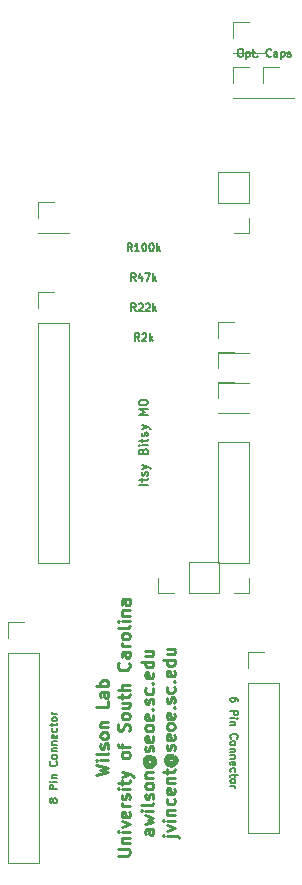
<source format=gbr>
G04 #@! TF.GenerationSoftware,KiCad,Pcbnew,(5.0.2)-1*
G04 #@! TF.CreationDate,2020-07-01T14:38:25-04:00*
G04 #@! TF.ProjectId,PCB2,50434232-2e6b-4696-9361-645f70636258,rev?*
G04 #@! TF.SameCoordinates,Original*
G04 #@! TF.FileFunction,Legend,Top*
G04 #@! TF.FilePolarity,Positive*
%FSLAX46Y46*%
G04 Gerber Fmt 4.6, Leading zero omitted, Abs format (unit mm)*
G04 Created by KiCad (PCBNEW (5.0.2)-1) date 7/1/2020 2:38:25 PM*
%MOMM*%
%LPD*%
G01*
G04 APERTURE LIST*
%ADD10C,0.190500*%
%ADD11C,0.158750*%
%ADD12C,0.257500*%
%ADD13C,0.120000*%
G04 APERTURE END LIST*
D10*
X127344714Y-108984142D02*
X126582714Y-108984142D01*
X126836714Y-108730142D02*
X126836714Y-108439857D01*
X126582714Y-108621285D02*
X127235857Y-108621285D01*
X127308428Y-108585000D01*
X127344714Y-108512428D01*
X127344714Y-108439857D01*
X127308428Y-108222142D02*
X127344714Y-108149571D01*
X127344714Y-108004428D01*
X127308428Y-107931857D01*
X127235857Y-107895571D01*
X127199571Y-107895571D01*
X127127000Y-107931857D01*
X127090714Y-108004428D01*
X127090714Y-108113285D01*
X127054428Y-108185857D01*
X126981857Y-108222142D01*
X126945571Y-108222142D01*
X126873000Y-108185857D01*
X126836714Y-108113285D01*
X126836714Y-108004428D01*
X126873000Y-107931857D01*
X126836714Y-107641571D02*
X127344714Y-107460142D01*
X126836714Y-107278714D02*
X127344714Y-107460142D01*
X127526142Y-107532714D01*
X127562428Y-107569000D01*
X127598714Y-107641571D01*
X126945571Y-106153857D02*
X126981857Y-106045000D01*
X127018142Y-106008714D01*
X127090714Y-105972428D01*
X127199571Y-105972428D01*
X127272142Y-106008714D01*
X127308428Y-106045000D01*
X127344714Y-106117571D01*
X127344714Y-106407857D01*
X126582714Y-106407857D01*
X126582714Y-106153857D01*
X126619000Y-106081285D01*
X126655285Y-106045000D01*
X126727857Y-106008714D01*
X126800428Y-106008714D01*
X126873000Y-106045000D01*
X126909285Y-106081285D01*
X126945571Y-106153857D01*
X126945571Y-106407857D01*
X127344714Y-105645857D02*
X126836714Y-105645857D01*
X126582714Y-105645857D02*
X126619000Y-105682142D01*
X126655285Y-105645857D01*
X126619000Y-105609571D01*
X126582714Y-105645857D01*
X126655285Y-105645857D01*
X126836714Y-105391857D02*
X126836714Y-105101571D01*
X126582714Y-105283000D02*
X127235857Y-105283000D01*
X127308428Y-105246714D01*
X127344714Y-105174142D01*
X127344714Y-105101571D01*
X127308428Y-104883857D02*
X127344714Y-104811285D01*
X127344714Y-104666142D01*
X127308428Y-104593571D01*
X127235857Y-104557285D01*
X127199571Y-104557285D01*
X127127000Y-104593571D01*
X127090714Y-104666142D01*
X127090714Y-104775000D01*
X127054428Y-104847571D01*
X126981857Y-104883857D01*
X126945571Y-104883857D01*
X126873000Y-104847571D01*
X126836714Y-104775000D01*
X126836714Y-104666142D01*
X126873000Y-104593571D01*
X126836714Y-104303285D02*
X127344714Y-104121857D01*
X126836714Y-103940428D02*
X127344714Y-104121857D01*
X127526142Y-104194428D01*
X127562428Y-104230714D01*
X127598714Y-104303285D01*
X127344714Y-103069571D02*
X126582714Y-103069571D01*
X127127000Y-102815571D01*
X126582714Y-102561571D01*
X127344714Y-102561571D01*
X126582714Y-102053571D02*
X126582714Y-101981000D01*
X126619000Y-101908428D01*
X126655285Y-101872142D01*
X126727857Y-101835857D01*
X126873000Y-101799571D01*
X127054428Y-101799571D01*
X127199571Y-101835857D01*
X127272142Y-101872142D01*
X127308428Y-101908428D01*
X127344714Y-101981000D01*
X127344714Y-102053571D01*
X127308428Y-102126142D01*
X127272142Y-102162428D01*
X127199571Y-102198714D01*
X127054428Y-102235000D01*
X126873000Y-102235000D01*
X126727857Y-102198714D01*
X126655285Y-102162428D01*
X126619000Y-102126142D01*
X126582714Y-102053571D01*
D11*
X135148690Y-72102261D02*
X135269642Y-72102261D01*
X135330119Y-72132500D01*
X135390595Y-72192976D01*
X135420833Y-72313928D01*
X135420833Y-72525595D01*
X135390595Y-72646547D01*
X135330119Y-72707023D01*
X135269642Y-72737261D01*
X135148690Y-72737261D01*
X135088214Y-72707023D01*
X135027738Y-72646547D01*
X134997500Y-72525595D01*
X134997500Y-72313928D01*
X135027738Y-72192976D01*
X135088214Y-72132500D01*
X135148690Y-72102261D01*
X135692976Y-72313928D02*
X135692976Y-72948928D01*
X135692976Y-72344166D02*
X135753452Y-72313928D01*
X135874404Y-72313928D01*
X135934880Y-72344166D01*
X135965119Y-72374404D01*
X135995357Y-72434880D01*
X135995357Y-72616309D01*
X135965119Y-72676785D01*
X135934880Y-72707023D01*
X135874404Y-72737261D01*
X135753452Y-72737261D01*
X135692976Y-72707023D01*
X136176785Y-72313928D02*
X136418690Y-72313928D01*
X136267500Y-72102261D02*
X136267500Y-72646547D01*
X136297738Y-72707023D01*
X136358214Y-72737261D01*
X136418690Y-72737261D01*
X136630357Y-72676785D02*
X136660595Y-72707023D01*
X136630357Y-72737261D01*
X136600119Y-72707023D01*
X136630357Y-72676785D01*
X136630357Y-72737261D01*
X137779404Y-72676785D02*
X137749166Y-72707023D01*
X137658452Y-72737261D01*
X137597976Y-72737261D01*
X137507261Y-72707023D01*
X137446785Y-72646547D01*
X137416547Y-72586071D01*
X137386309Y-72465119D01*
X137386309Y-72374404D01*
X137416547Y-72253452D01*
X137446785Y-72192976D01*
X137507261Y-72132500D01*
X137597976Y-72102261D01*
X137658452Y-72102261D01*
X137749166Y-72132500D01*
X137779404Y-72162738D01*
X138323690Y-72737261D02*
X138323690Y-72404642D01*
X138293452Y-72344166D01*
X138232976Y-72313928D01*
X138112023Y-72313928D01*
X138051547Y-72344166D01*
X138323690Y-72707023D02*
X138263214Y-72737261D01*
X138112023Y-72737261D01*
X138051547Y-72707023D01*
X138021309Y-72646547D01*
X138021309Y-72586071D01*
X138051547Y-72525595D01*
X138112023Y-72495357D01*
X138263214Y-72495357D01*
X138323690Y-72465119D01*
X138626071Y-72313928D02*
X138626071Y-72948928D01*
X138626071Y-72344166D02*
X138686547Y-72313928D01*
X138807500Y-72313928D01*
X138867976Y-72344166D01*
X138898214Y-72374404D01*
X138928452Y-72434880D01*
X138928452Y-72616309D01*
X138898214Y-72676785D01*
X138867976Y-72707023D01*
X138807500Y-72737261D01*
X138686547Y-72737261D01*
X138626071Y-72707023D01*
X139170357Y-72707023D02*
X139230833Y-72737261D01*
X139351785Y-72737261D01*
X139412261Y-72707023D01*
X139442500Y-72646547D01*
X139442500Y-72616309D01*
X139412261Y-72555833D01*
X139351785Y-72525595D01*
X139261071Y-72525595D01*
X139200595Y-72495357D01*
X139170357Y-72434880D01*
X139170357Y-72404642D01*
X139200595Y-72344166D01*
X139261071Y-72313928D01*
X139351785Y-72313928D01*
X139412261Y-72344166D01*
X134967738Y-127302380D02*
X134967738Y-127181428D01*
X134937500Y-127120952D01*
X134907261Y-127090714D01*
X134816547Y-127030238D01*
X134695595Y-127000000D01*
X134453690Y-127000000D01*
X134393214Y-127030238D01*
X134362976Y-127060476D01*
X134332738Y-127120952D01*
X134332738Y-127241904D01*
X134362976Y-127302380D01*
X134393214Y-127332619D01*
X134453690Y-127362857D01*
X134604880Y-127362857D01*
X134665357Y-127332619D01*
X134695595Y-127302380D01*
X134725833Y-127241904D01*
X134725833Y-127120952D01*
X134695595Y-127060476D01*
X134665357Y-127030238D01*
X134604880Y-127000000D01*
X134332738Y-128118809D02*
X134967738Y-128118809D01*
X134967738Y-128360714D01*
X134937500Y-128421190D01*
X134907261Y-128451428D01*
X134846785Y-128481666D01*
X134756071Y-128481666D01*
X134695595Y-128451428D01*
X134665357Y-128421190D01*
X134635119Y-128360714D01*
X134635119Y-128118809D01*
X134332738Y-128753809D02*
X134756071Y-128753809D01*
X134967738Y-128753809D02*
X134937500Y-128723571D01*
X134907261Y-128753809D01*
X134937500Y-128784047D01*
X134967738Y-128753809D01*
X134907261Y-128753809D01*
X134756071Y-129056190D02*
X134332738Y-129056190D01*
X134695595Y-129056190D02*
X134725833Y-129086428D01*
X134756071Y-129146904D01*
X134756071Y-129237619D01*
X134725833Y-129298095D01*
X134665357Y-129328333D01*
X134332738Y-129328333D01*
X134393214Y-130477380D02*
X134362976Y-130447142D01*
X134332738Y-130356428D01*
X134332738Y-130295952D01*
X134362976Y-130205238D01*
X134423452Y-130144761D01*
X134483928Y-130114523D01*
X134604880Y-130084285D01*
X134695595Y-130084285D01*
X134816547Y-130114523D01*
X134877023Y-130144761D01*
X134937500Y-130205238D01*
X134967738Y-130295952D01*
X134967738Y-130356428D01*
X134937500Y-130447142D01*
X134907261Y-130477380D01*
X134332738Y-130840238D02*
X134362976Y-130779761D01*
X134393214Y-130749523D01*
X134453690Y-130719285D01*
X134635119Y-130719285D01*
X134695595Y-130749523D01*
X134725833Y-130779761D01*
X134756071Y-130840238D01*
X134756071Y-130930952D01*
X134725833Y-130991428D01*
X134695595Y-131021666D01*
X134635119Y-131051904D01*
X134453690Y-131051904D01*
X134393214Y-131021666D01*
X134362976Y-130991428D01*
X134332738Y-130930952D01*
X134332738Y-130840238D01*
X134756071Y-131324047D02*
X134332738Y-131324047D01*
X134695595Y-131324047D02*
X134725833Y-131354285D01*
X134756071Y-131414761D01*
X134756071Y-131505476D01*
X134725833Y-131565952D01*
X134665357Y-131596190D01*
X134332738Y-131596190D01*
X134756071Y-131898571D02*
X134332738Y-131898571D01*
X134695595Y-131898571D02*
X134725833Y-131928809D01*
X134756071Y-131989285D01*
X134756071Y-132080000D01*
X134725833Y-132140476D01*
X134665357Y-132170714D01*
X134332738Y-132170714D01*
X134362976Y-132715000D02*
X134332738Y-132654523D01*
X134332738Y-132533571D01*
X134362976Y-132473095D01*
X134423452Y-132442857D01*
X134665357Y-132442857D01*
X134725833Y-132473095D01*
X134756071Y-132533571D01*
X134756071Y-132654523D01*
X134725833Y-132715000D01*
X134665357Y-132745238D01*
X134604880Y-132745238D01*
X134544404Y-132442857D01*
X134362976Y-133289523D02*
X134332738Y-133229047D01*
X134332738Y-133108095D01*
X134362976Y-133047619D01*
X134393214Y-133017380D01*
X134453690Y-132987142D01*
X134635119Y-132987142D01*
X134695595Y-133017380D01*
X134725833Y-133047619D01*
X134756071Y-133108095D01*
X134756071Y-133229047D01*
X134725833Y-133289523D01*
X134756071Y-133470952D02*
X134756071Y-133712857D01*
X134967738Y-133561666D02*
X134423452Y-133561666D01*
X134362976Y-133591904D01*
X134332738Y-133652380D01*
X134332738Y-133712857D01*
X134332738Y-134015238D02*
X134362976Y-133954761D01*
X134393214Y-133924523D01*
X134453690Y-133894285D01*
X134635119Y-133894285D01*
X134695595Y-133924523D01*
X134725833Y-133954761D01*
X134756071Y-134015238D01*
X134756071Y-134105952D01*
X134725833Y-134166428D01*
X134695595Y-134196666D01*
X134635119Y-134226904D01*
X134453690Y-134226904D01*
X134393214Y-134196666D01*
X134362976Y-134166428D01*
X134332738Y-134105952D01*
X134332738Y-134015238D01*
X134332738Y-134499047D02*
X134756071Y-134499047D01*
X134635119Y-134499047D02*
X134695595Y-134529285D01*
X134725833Y-134559523D01*
X134756071Y-134620000D01*
X134756071Y-134680476D01*
X119304404Y-135769047D02*
X119274166Y-135829523D01*
X119243928Y-135859761D01*
X119183452Y-135890000D01*
X119153214Y-135890000D01*
X119092738Y-135859761D01*
X119062500Y-135829523D01*
X119032261Y-135769047D01*
X119032261Y-135648095D01*
X119062500Y-135587619D01*
X119092738Y-135557380D01*
X119153214Y-135527142D01*
X119183452Y-135527142D01*
X119243928Y-135557380D01*
X119274166Y-135587619D01*
X119304404Y-135648095D01*
X119304404Y-135769047D01*
X119334642Y-135829523D01*
X119364880Y-135859761D01*
X119425357Y-135890000D01*
X119546309Y-135890000D01*
X119606785Y-135859761D01*
X119637023Y-135829523D01*
X119667261Y-135769047D01*
X119667261Y-135648095D01*
X119637023Y-135587619D01*
X119606785Y-135557380D01*
X119546309Y-135527142D01*
X119425357Y-135527142D01*
X119364880Y-135557380D01*
X119334642Y-135587619D01*
X119304404Y-135648095D01*
X119667261Y-134771190D02*
X119032261Y-134771190D01*
X119032261Y-134529285D01*
X119062500Y-134468809D01*
X119092738Y-134438571D01*
X119153214Y-134408333D01*
X119243928Y-134408333D01*
X119304404Y-134438571D01*
X119334642Y-134468809D01*
X119364880Y-134529285D01*
X119364880Y-134771190D01*
X119667261Y-134136190D02*
X119243928Y-134136190D01*
X119032261Y-134136190D02*
X119062500Y-134166428D01*
X119092738Y-134136190D01*
X119062500Y-134105952D01*
X119032261Y-134136190D01*
X119092738Y-134136190D01*
X119243928Y-133833809D02*
X119667261Y-133833809D01*
X119304404Y-133833809D02*
X119274166Y-133803571D01*
X119243928Y-133743095D01*
X119243928Y-133652380D01*
X119274166Y-133591904D01*
X119334642Y-133561666D01*
X119667261Y-133561666D01*
X119606785Y-132412619D02*
X119637023Y-132442857D01*
X119667261Y-132533571D01*
X119667261Y-132594047D01*
X119637023Y-132684761D01*
X119576547Y-132745238D01*
X119516071Y-132775476D01*
X119395119Y-132805714D01*
X119304404Y-132805714D01*
X119183452Y-132775476D01*
X119122976Y-132745238D01*
X119062500Y-132684761D01*
X119032261Y-132594047D01*
X119032261Y-132533571D01*
X119062500Y-132442857D01*
X119092738Y-132412619D01*
X119667261Y-132049761D02*
X119637023Y-132110238D01*
X119606785Y-132140476D01*
X119546309Y-132170714D01*
X119364880Y-132170714D01*
X119304404Y-132140476D01*
X119274166Y-132110238D01*
X119243928Y-132049761D01*
X119243928Y-131959047D01*
X119274166Y-131898571D01*
X119304404Y-131868333D01*
X119364880Y-131838095D01*
X119546309Y-131838095D01*
X119606785Y-131868333D01*
X119637023Y-131898571D01*
X119667261Y-131959047D01*
X119667261Y-132049761D01*
X119243928Y-131565952D02*
X119667261Y-131565952D01*
X119304404Y-131565952D02*
X119274166Y-131535714D01*
X119243928Y-131475238D01*
X119243928Y-131384523D01*
X119274166Y-131324047D01*
X119334642Y-131293809D01*
X119667261Y-131293809D01*
X119243928Y-130991428D02*
X119667261Y-130991428D01*
X119304404Y-130991428D02*
X119274166Y-130961190D01*
X119243928Y-130900714D01*
X119243928Y-130810000D01*
X119274166Y-130749523D01*
X119334642Y-130719285D01*
X119667261Y-130719285D01*
X119637023Y-130175000D02*
X119667261Y-130235476D01*
X119667261Y-130356428D01*
X119637023Y-130416904D01*
X119576547Y-130447142D01*
X119334642Y-130447142D01*
X119274166Y-130416904D01*
X119243928Y-130356428D01*
X119243928Y-130235476D01*
X119274166Y-130175000D01*
X119334642Y-130144761D01*
X119395119Y-130144761D01*
X119455595Y-130447142D01*
X119637023Y-129600476D02*
X119667261Y-129660952D01*
X119667261Y-129781904D01*
X119637023Y-129842380D01*
X119606785Y-129872619D01*
X119546309Y-129902857D01*
X119364880Y-129902857D01*
X119304404Y-129872619D01*
X119274166Y-129842380D01*
X119243928Y-129781904D01*
X119243928Y-129660952D01*
X119274166Y-129600476D01*
X119243928Y-129419047D02*
X119243928Y-129177142D01*
X119032261Y-129328333D02*
X119576547Y-129328333D01*
X119637023Y-129298095D01*
X119667261Y-129237619D01*
X119667261Y-129177142D01*
X119667261Y-128874761D02*
X119637023Y-128935238D01*
X119606785Y-128965476D01*
X119546309Y-128995714D01*
X119364880Y-128995714D01*
X119304404Y-128965476D01*
X119274166Y-128935238D01*
X119243928Y-128874761D01*
X119243928Y-128784047D01*
X119274166Y-128723571D01*
X119304404Y-128693333D01*
X119364880Y-128663095D01*
X119546309Y-128663095D01*
X119606785Y-128693333D01*
X119637023Y-128723571D01*
X119667261Y-128784047D01*
X119667261Y-128874761D01*
X119667261Y-128390952D02*
X119243928Y-128390952D01*
X119364880Y-128390952D02*
X119304404Y-128360714D01*
X119274166Y-128330476D01*
X119243928Y-128270000D01*
X119243928Y-128209523D01*
X126637142Y-96807261D02*
X126425476Y-96504880D01*
X126274285Y-96807261D02*
X126274285Y-96172261D01*
X126516190Y-96172261D01*
X126576666Y-96202500D01*
X126606904Y-96232738D01*
X126637142Y-96293214D01*
X126637142Y-96383928D01*
X126606904Y-96444404D01*
X126576666Y-96474642D01*
X126516190Y-96504880D01*
X126274285Y-96504880D01*
X126879047Y-96232738D02*
X126909285Y-96202500D01*
X126969761Y-96172261D01*
X127120952Y-96172261D01*
X127181428Y-96202500D01*
X127211666Y-96232738D01*
X127241904Y-96293214D01*
X127241904Y-96353690D01*
X127211666Y-96444404D01*
X126848809Y-96807261D01*
X127241904Y-96807261D01*
X127514047Y-96807261D02*
X127514047Y-96172261D01*
X127574523Y-96565357D02*
X127755952Y-96807261D01*
X127755952Y-96383928D02*
X127514047Y-96625833D01*
X126334761Y-94267261D02*
X126123095Y-93964880D01*
X125971904Y-94267261D02*
X125971904Y-93632261D01*
X126213809Y-93632261D01*
X126274285Y-93662500D01*
X126304523Y-93692738D01*
X126334761Y-93753214D01*
X126334761Y-93843928D01*
X126304523Y-93904404D01*
X126274285Y-93934642D01*
X126213809Y-93964880D01*
X125971904Y-93964880D01*
X126576666Y-93692738D02*
X126606904Y-93662500D01*
X126667380Y-93632261D01*
X126818571Y-93632261D01*
X126879047Y-93662500D01*
X126909285Y-93692738D01*
X126939523Y-93753214D01*
X126939523Y-93813690D01*
X126909285Y-93904404D01*
X126546428Y-94267261D01*
X126939523Y-94267261D01*
X127181428Y-93692738D02*
X127211666Y-93662500D01*
X127272142Y-93632261D01*
X127423333Y-93632261D01*
X127483809Y-93662500D01*
X127514047Y-93692738D01*
X127544285Y-93753214D01*
X127544285Y-93813690D01*
X127514047Y-93904404D01*
X127151190Y-94267261D01*
X127544285Y-94267261D01*
X127816428Y-94267261D02*
X127816428Y-93632261D01*
X127876904Y-94025357D02*
X128058333Y-94267261D01*
X128058333Y-93843928D02*
X127816428Y-94085833D01*
X126334761Y-91727261D02*
X126123095Y-91424880D01*
X125971904Y-91727261D02*
X125971904Y-91092261D01*
X126213809Y-91092261D01*
X126274285Y-91122500D01*
X126304523Y-91152738D01*
X126334761Y-91213214D01*
X126334761Y-91303928D01*
X126304523Y-91364404D01*
X126274285Y-91394642D01*
X126213809Y-91424880D01*
X125971904Y-91424880D01*
X126879047Y-91303928D02*
X126879047Y-91727261D01*
X126727857Y-91062023D02*
X126576666Y-91515595D01*
X126969761Y-91515595D01*
X127151190Y-91092261D02*
X127574523Y-91092261D01*
X127302380Y-91727261D01*
X127816428Y-91727261D02*
X127816428Y-91092261D01*
X127876904Y-91485357D02*
X128058333Y-91727261D01*
X128058333Y-91303928D02*
X127816428Y-91545833D01*
X126032380Y-89187261D02*
X125820714Y-88884880D01*
X125669523Y-89187261D02*
X125669523Y-88552261D01*
X125911428Y-88552261D01*
X125971904Y-88582500D01*
X126002142Y-88612738D01*
X126032380Y-88673214D01*
X126032380Y-88763928D01*
X126002142Y-88824404D01*
X125971904Y-88854642D01*
X125911428Y-88884880D01*
X125669523Y-88884880D01*
X126637142Y-89187261D02*
X126274285Y-89187261D01*
X126455714Y-89187261D02*
X126455714Y-88552261D01*
X126395238Y-88642976D01*
X126334761Y-88703452D01*
X126274285Y-88733690D01*
X127030238Y-88552261D02*
X127090714Y-88552261D01*
X127151190Y-88582500D01*
X127181428Y-88612738D01*
X127211666Y-88673214D01*
X127241904Y-88794166D01*
X127241904Y-88945357D01*
X127211666Y-89066309D01*
X127181428Y-89126785D01*
X127151190Y-89157023D01*
X127090714Y-89187261D01*
X127030238Y-89187261D01*
X126969761Y-89157023D01*
X126939523Y-89126785D01*
X126909285Y-89066309D01*
X126879047Y-88945357D01*
X126879047Y-88794166D01*
X126909285Y-88673214D01*
X126939523Y-88612738D01*
X126969761Y-88582500D01*
X127030238Y-88552261D01*
X127635000Y-88552261D02*
X127695476Y-88552261D01*
X127755952Y-88582500D01*
X127786190Y-88612738D01*
X127816428Y-88673214D01*
X127846666Y-88794166D01*
X127846666Y-88945357D01*
X127816428Y-89066309D01*
X127786190Y-89126785D01*
X127755952Y-89157023D01*
X127695476Y-89187261D01*
X127635000Y-89187261D01*
X127574523Y-89157023D01*
X127544285Y-89126785D01*
X127514047Y-89066309D01*
X127483809Y-88945357D01*
X127483809Y-88794166D01*
X127514047Y-88673214D01*
X127544285Y-88612738D01*
X127574523Y-88582500D01*
X127635000Y-88552261D01*
X128118809Y-89187261D02*
X128118809Y-88552261D01*
X128179285Y-88945357D02*
X128360714Y-89187261D01*
X128360714Y-88763928D02*
X128118809Y-89005833D01*
D12*
X122994702Y-133586428D02*
X124024702Y-133341190D01*
X123288988Y-133145000D01*
X124024702Y-132948809D01*
X122994702Y-132703571D01*
X124024702Y-132311190D02*
X123338035Y-132311190D01*
X122994702Y-132311190D02*
X123043750Y-132360238D01*
X123092797Y-132311190D01*
X123043750Y-132262142D01*
X122994702Y-132311190D01*
X123092797Y-132311190D01*
X124024702Y-131673571D02*
X123975654Y-131771666D01*
X123877559Y-131820714D01*
X122994702Y-131820714D01*
X123975654Y-131330238D02*
X124024702Y-131232142D01*
X124024702Y-131035952D01*
X123975654Y-130937857D01*
X123877559Y-130888809D01*
X123828511Y-130888809D01*
X123730416Y-130937857D01*
X123681369Y-131035952D01*
X123681369Y-131183095D01*
X123632321Y-131281190D01*
X123534226Y-131330238D01*
X123485178Y-131330238D01*
X123387083Y-131281190D01*
X123338035Y-131183095D01*
X123338035Y-131035952D01*
X123387083Y-130937857D01*
X124024702Y-130300238D02*
X123975654Y-130398333D01*
X123926607Y-130447380D01*
X123828511Y-130496428D01*
X123534226Y-130496428D01*
X123436130Y-130447380D01*
X123387083Y-130398333D01*
X123338035Y-130300238D01*
X123338035Y-130153095D01*
X123387083Y-130055000D01*
X123436130Y-130005952D01*
X123534226Y-129956904D01*
X123828511Y-129956904D01*
X123926607Y-130005952D01*
X123975654Y-130055000D01*
X124024702Y-130153095D01*
X124024702Y-130300238D01*
X123338035Y-129515476D02*
X124024702Y-129515476D01*
X123436130Y-129515476D02*
X123387083Y-129466428D01*
X123338035Y-129368333D01*
X123338035Y-129221190D01*
X123387083Y-129123095D01*
X123485178Y-129074047D01*
X124024702Y-129074047D01*
X124024702Y-127308333D02*
X124024702Y-127798809D01*
X122994702Y-127798809D01*
X124024702Y-126523571D02*
X123485178Y-126523571D01*
X123387083Y-126572619D01*
X123338035Y-126670714D01*
X123338035Y-126866904D01*
X123387083Y-126965000D01*
X123975654Y-126523571D02*
X124024702Y-126621666D01*
X124024702Y-126866904D01*
X123975654Y-126965000D01*
X123877559Y-127014047D01*
X123779464Y-127014047D01*
X123681369Y-126965000D01*
X123632321Y-126866904D01*
X123632321Y-126621666D01*
X123583273Y-126523571D01*
X124024702Y-126033095D02*
X122994702Y-126033095D01*
X123387083Y-126033095D02*
X123338035Y-125935000D01*
X123338035Y-125738809D01*
X123387083Y-125640714D01*
X123436130Y-125591666D01*
X123534226Y-125542619D01*
X123828511Y-125542619D01*
X123926607Y-125591666D01*
X123975654Y-125640714D01*
X124024702Y-125738809D01*
X124024702Y-125935000D01*
X123975654Y-126033095D01*
X124797202Y-140379523D02*
X125631011Y-140379523D01*
X125729107Y-140330476D01*
X125778154Y-140281428D01*
X125827202Y-140183333D01*
X125827202Y-139987142D01*
X125778154Y-139889047D01*
X125729107Y-139840000D01*
X125631011Y-139790952D01*
X124797202Y-139790952D01*
X125140535Y-139300476D02*
X125827202Y-139300476D01*
X125238630Y-139300476D02*
X125189583Y-139251428D01*
X125140535Y-139153333D01*
X125140535Y-139006190D01*
X125189583Y-138908095D01*
X125287678Y-138859047D01*
X125827202Y-138859047D01*
X125827202Y-138368571D02*
X125140535Y-138368571D01*
X124797202Y-138368571D02*
X124846250Y-138417619D01*
X124895297Y-138368571D01*
X124846250Y-138319523D01*
X124797202Y-138368571D01*
X124895297Y-138368571D01*
X125140535Y-137976190D02*
X125827202Y-137730952D01*
X125140535Y-137485714D01*
X125778154Y-136700952D02*
X125827202Y-136799047D01*
X125827202Y-136995238D01*
X125778154Y-137093333D01*
X125680059Y-137142380D01*
X125287678Y-137142380D01*
X125189583Y-137093333D01*
X125140535Y-136995238D01*
X125140535Y-136799047D01*
X125189583Y-136700952D01*
X125287678Y-136651904D01*
X125385773Y-136651904D01*
X125483869Y-137142380D01*
X125827202Y-136210476D02*
X125140535Y-136210476D01*
X125336726Y-136210476D02*
X125238630Y-136161428D01*
X125189583Y-136112380D01*
X125140535Y-136014285D01*
X125140535Y-135916190D01*
X125778154Y-135621904D02*
X125827202Y-135523809D01*
X125827202Y-135327619D01*
X125778154Y-135229523D01*
X125680059Y-135180476D01*
X125631011Y-135180476D01*
X125532916Y-135229523D01*
X125483869Y-135327619D01*
X125483869Y-135474761D01*
X125434821Y-135572857D01*
X125336726Y-135621904D01*
X125287678Y-135621904D01*
X125189583Y-135572857D01*
X125140535Y-135474761D01*
X125140535Y-135327619D01*
X125189583Y-135229523D01*
X125827202Y-134739047D02*
X125140535Y-134739047D01*
X124797202Y-134739047D02*
X124846250Y-134788095D01*
X124895297Y-134739047D01*
X124846250Y-134690000D01*
X124797202Y-134739047D01*
X124895297Y-134739047D01*
X125140535Y-134395714D02*
X125140535Y-134003333D01*
X124797202Y-134248571D02*
X125680059Y-134248571D01*
X125778154Y-134199523D01*
X125827202Y-134101428D01*
X125827202Y-134003333D01*
X125140535Y-133758095D02*
X125827202Y-133512857D01*
X125140535Y-133267619D02*
X125827202Y-133512857D01*
X126072440Y-133610952D01*
X126121488Y-133660000D01*
X126170535Y-133758095D01*
X125827202Y-131943333D02*
X125778154Y-132041428D01*
X125729107Y-132090476D01*
X125631011Y-132139523D01*
X125336726Y-132139523D01*
X125238630Y-132090476D01*
X125189583Y-132041428D01*
X125140535Y-131943333D01*
X125140535Y-131796190D01*
X125189583Y-131698095D01*
X125238630Y-131649047D01*
X125336726Y-131600000D01*
X125631011Y-131600000D01*
X125729107Y-131649047D01*
X125778154Y-131698095D01*
X125827202Y-131796190D01*
X125827202Y-131943333D01*
X125140535Y-131305714D02*
X125140535Y-130913333D01*
X125827202Y-131158571D02*
X124944345Y-131158571D01*
X124846250Y-131109523D01*
X124797202Y-131011428D01*
X124797202Y-130913333D01*
X125778154Y-129834285D02*
X125827202Y-129687142D01*
X125827202Y-129441904D01*
X125778154Y-129343809D01*
X125729107Y-129294761D01*
X125631011Y-129245714D01*
X125532916Y-129245714D01*
X125434821Y-129294761D01*
X125385773Y-129343809D01*
X125336726Y-129441904D01*
X125287678Y-129638095D01*
X125238630Y-129736190D01*
X125189583Y-129785238D01*
X125091488Y-129834285D01*
X124993392Y-129834285D01*
X124895297Y-129785238D01*
X124846250Y-129736190D01*
X124797202Y-129638095D01*
X124797202Y-129392857D01*
X124846250Y-129245714D01*
X125827202Y-128657142D02*
X125778154Y-128755238D01*
X125729107Y-128804285D01*
X125631011Y-128853333D01*
X125336726Y-128853333D01*
X125238630Y-128804285D01*
X125189583Y-128755238D01*
X125140535Y-128657142D01*
X125140535Y-128510000D01*
X125189583Y-128411904D01*
X125238630Y-128362857D01*
X125336726Y-128313809D01*
X125631011Y-128313809D01*
X125729107Y-128362857D01*
X125778154Y-128411904D01*
X125827202Y-128510000D01*
X125827202Y-128657142D01*
X125140535Y-127430952D02*
X125827202Y-127430952D01*
X125140535Y-127872380D02*
X125680059Y-127872380D01*
X125778154Y-127823333D01*
X125827202Y-127725238D01*
X125827202Y-127578095D01*
X125778154Y-127480000D01*
X125729107Y-127430952D01*
X125140535Y-127087619D02*
X125140535Y-126695238D01*
X124797202Y-126940476D02*
X125680059Y-126940476D01*
X125778154Y-126891428D01*
X125827202Y-126793333D01*
X125827202Y-126695238D01*
X125827202Y-126351904D02*
X124797202Y-126351904D01*
X125827202Y-125910476D02*
X125287678Y-125910476D01*
X125189583Y-125959523D01*
X125140535Y-126057619D01*
X125140535Y-126204761D01*
X125189583Y-126302857D01*
X125238630Y-126351904D01*
X125729107Y-124046666D02*
X125778154Y-124095714D01*
X125827202Y-124242857D01*
X125827202Y-124340952D01*
X125778154Y-124488095D01*
X125680059Y-124586190D01*
X125581964Y-124635238D01*
X125385773Y-124684285D01*
X125238630Y-124684285D01*
X125042440Y-124635238D01*
X124944345Y-124586190D01*
X124846250Y-124488095D01*
X124797202Y-124340952D01*
X124797202Y-124242857D01*
X124846250Y-124095714D01*
X124895297Y-124046666D01*
X125827202Y-123163809D02*
X125287678Y-123163809D01*
X125189583Y-123212857D01*
X125140535Y-123310952D01*
X125140535Y-123507142D01*
X125189583Y-123605238D01*
X125778154Y-123163809D02*
X125827202Y-123261904D01*
X125827202Y-123507142D01*
X125778154Y-123605238D01*
X125680059Y-123654285D01*
X125581964Y-123654285D01*
X125483869Y-123605238D01*
X125434821Y-123507142D01*
X125434821Y-123261904D01*
X125385773Y-123163809D01*
X125827202Y-122673333D02*
X125140535Y-122673333D01*
X125336726Y-122673333D02*
X125238630Y-122624285D01*
X125189583Y-122575238D01*
X125140535Y-122477142D01*
X125140535Y-122379047D01*
X125827202Y-121888571D02*
X125778154Y-121986666D01*
X125729107Y-122035714D01*
X125631011Y-122084761D01*
X125336726Y-122084761D01*
X125238630Y-122035714D01*
X125189583Y-121986666D01*
X125140535Y-121888571D01*
X125140535Y-121741428D01*
X125189583Y-121643333D01*
X125238630Y-121594285D01*
X125336726Y-121545238D01*
X125631011Y-121545238D01*
X125729107Y-121594285D01*
X125778154Y-121643333D01*
X125827202Y-121741428D01*
X125827202Y-121888571D01*
X125827202Y-120956666D02*
X125778154Y-121054761D01*
X125680059Y-121103809D01*
X124797202Y-121103809D01*
X125827202Y-120564285D02*
X125140535Y-120564285D01*
X124797202Y-120564285D02*
X124846250Y-120613333D01*
X124895297Y-120564285D01*
X124846250Y-120515238D01*
X124797202Y-120564285D01*
X124895297Y-120564285D01*
X125140535Y-120073809D02*
X125827202Y-120073809D01*
X125238630Y-120073809D02*
X125189583Y-120024761D01*
X125140535Y-119926666D01*
X125140535Y-119779523D01*
X125189583Y-119681428D01*
X125287678Y-119632380D01*
X125827202Y-119632380D01*
X125827202Y-118700476D02*
X125287678Y-118700476D01*
X125189583Y-118749523D01*
X125140535Y-118847619D01*
X125140535Y-119043809D01*
X125189583Y-119141904D01*
X125778154Y-118700476D02*
X125827202Y-118798571D01*
X125827202Y-119043809D01*
X125778154Y-119141904D01*
X125680059Y-119190952D01*
X125581964Y-119190952D01*
X125483869Y-119141904D01*
X125434821Y-119043809D01*
X125434821Y-118798571D01*
X125385773Y-118700476D01*
X127834702Y-138142619D02*
X127295178Y-138142619D01*
X127197083Y-138191666D01*
X127148035Y-138289761D01*
X127148035Y-138485952D01*
X127197083Y-138584047D01*
X127785654Y-138142619D02*
X127834702Y-138240714D01*
X127834702Y-138485952D01*
X127785654Y-138584047D01*
X127687559Y-138633095D01*
X127589464Y-138633095D01*
X127491369Y-138584047D01*
X127442321Y-138485952D01*
X127442321Y-138240714D01*
X127393273Y-138142619D01*
X127148035Y-137750238D02*
X127834702Y-137554047D01*
X127344226Y-137357857D01*
X127834702Y-137161666D01*
X127148035Y-136965476D01*
X127834702Y-136573095D02*
X127148035Y-136573095D01*
X126804702Y-136573095D02*
X126853750Y-136622142D01*
X126902797Y-136573095D01*
X126853750Y-136524047D01*
X126804702Y-136573095D01*
X126902797Y-136573095D01*
X127834702Y-135935476D02*
X127785654Y-136033571D01*
X127687559Y-136082619D01*
X126804702Y-136082619D01*
X127785654Y-135592142D02*
X127834702Y-135494047D01*
X127834702Y-135297857D01*
X127785654Y-135199761D01*
X127687559Y-135150714D01*
X127638511Y-135150714D01*
X127540416Y-135199761D01*
X127491369Y-135297857D01*
X127491369Y-135445000D01*
X127442321Y-135543095D01*
X127344226Y-135592142D01*
X127295178Y-135592142D01*
X127197083Y-135543095D01*
X127148035Y-135445000D01*
X127148035Y-135297857D01*
X127197083Y-135199761D01*
X127834702Y-134562142D02*
X127785654Y-134660238D01*
X127736607Y-134709285D01*
X127638511Y-134758333D01*
X127344226Y-134758333D01*
X127246130Y-134709285D01*
X127197083Y-134660238D01*
X127148035Y-134562142D01*
X127148035Y-134415000D01*
X127197083Y-134316904D01*
X127246130Y-134267857D01*
X127344226Y-134218809D01*
X127638511Y-134218809D01*
X127736607Y-134267857D01*
X127785654Y-134316904D01*
X127834702Y-134415000D01*
X127834702Y-134562142D01*
X127148035Y-133777380D02*
X127834702Y-133777380D01*
X127246130Y-133777380D02*
X127197083Y-133728333D01*
X127148035Y-133630238D01*
X127148035Y-133483095D01*
X127197083Y-133385000D01*
X127295178Y-133335952D01*
X127834702Y-133335952D01*
X127344226Y-132207857D02*
X127295178Y-132256904D01*
X127246130Y-132355000D01*
X127246130Y-132453095D01*
X127295178Y-132551190D01*
X127344226Y-132600238D01*
X127442321Y-132649285D01*
X127540416Y-132649285D01*
X127638511Y-132600238D01*
X127687559Y-132551190D01*
X127736607Y-132453095D01*
X127736607Y-132355000D01*
X127687559Y-132256904D01*
X127638511Y-132207857D01*
X127246130Y-132207857D02*
X127638511Y-132207857D01*
X127687559Y-132158809D01*
X127687559Y-132109761D01*
X127638511Y-132011666D01*
X127540416Y-131962619D01*
X127295178Y-131962619D01*
X127148035Y-132060714D01*
X127049940Y-132207857D01*
X127000892Y-132404047D01*
X127049940Y-132600238D01*
X127148035Y-132747380D01*
X127295178Y-132845476D01*
X127491369Y-132894523D01*
X127687559Y-132845476D01*
X127834702Y-132747380D01*
X127932797Y-132600238D01*
X127981845Y-132404047D01*
X127932797Y-132207857D01*
X127834702Y-132060714D01*
X127785654Y-131570238D02*
X127834702Y-131472142D01*
X127834702Y-131275952D01*
X127785654Y-131177857D01*
X127687559Y-131128809D01*
X127638511Y-131128809D01*
X127540416Y-131177857D01*
X127491369Y-131275952D01*
X127491369Y-131423095D01*
X127442321Y-131521190D01*
X127344226Y-131570238D01*
X127295178Y-131570238D01*
X127197083Y-131521190D01*
X127148035Y-131423095D01*
X127148035Y-131275952D01*
X127197083Y-131177857D01*
X127785654Y-130295000D02*
X127834702Y-130393095D01*
X127834702Y-130589285D01*
X127785654Y-130687380D01*
X127687559Y-130736428D01*
X127295178Y-130736428D01*
X127197083Y-130687380D01*
X127148035Y-130589285D01*
X127148035Y-130393095D01*
X127197083Y-130295000D01*
X127295178Y-130245952D01*
X127393273Y-130245952D01*
X127491369Y-130736428D01*
X127834702Y-129657380D02*
X127785654Y-129755476D01*
X127736607Y-129804523D01*
X127638511Y-129853571D01*
X127344226Y-129853571D01*
X127246130Y-129804523D01*
X127197083Y-129755476D01*
X127148035Y-129657380D01*
X127148035Y-129510238D01*
X127197083Y-129412142D01*
X127246130Y-129363095D01*
X127344226Y-129314047D01*
X127638511Y-129314047D01*
X127736607Y-129363095D01*
X127785654Y-129412142D01*
X127834702Y-129510238D01*
X127834702Y-129657380D01*
X127785654Y-128480238D02*
X127834702Y-128578333D01*
X127834702Y-128774523D01*
X127785654Y-128872619D01*
X127687559Y-128921666D01*
X127295178Y-128921666D01*
X127197083Y-128872619D01*
X127148035Y-128774523D01*
X127148035Y-128578333D01*
X127197083Y-128480238D01*
X127295178Y-128431190D01*
X127393273Y-128431190D01*
X127491369Y-128921666D01*
X127736607Y-127989761D02*
X127785654Y-127940714D01*
X127834702Y-127989761D01*
X127785654Y-128038809D01*
X127736607Y-127989761D01*
X127834702Y-127989761D01*
X127785654Y-127548333D02*
X127834702Y-127450238D01*
X127834702Y-127254047D01*
X127785654Y-127155952D01*
X127687559Y-127106904D01*
X127638511Y-127106904D01*
X127540416Y-127155952D01*
X127491369Y-127254047D01*
X127491369Y-127401190D01*
X127442321Y-127499285D01*
X127344226Y-127548333D01*
X127295178Y-127548333D01*
X127197083Y-127499285D01*
X127148035Y-127401190D01*
X127148035Y-127254047D01*
X127197083Y-127155952D01*
X127785654Y-126224047D02*
X127834702Y-126322142D01*
X127834702Y-126518333D01*
X127785654Y-126616428D01*
X127736607Y-126665476D01*
X127638511Y-126714523D01*
X127344226Y-126714523D01*
X127246130Y-126665476D01*
X127197083Y-126616428D01*
X127148035Y-126518333D01*
X127148035Y-126322142D01*
X127197083Y-126224047D01*
X127736607Y-125782619D02*
X127785654Y-125733571D01*
X127834702Y-125782619D01*
X127785654Y-125831666D01*
X127736607Y-125782619D01*
X127834702Y-125782619D01*
X127785654Y-124899761D02*
X127834702Y-124997857D01*
X127834702Y-125194047D01*
X127785654Y-125292142D01*
X127687559Y-125341190D01*
X127295178Y-125341190D01*
X127197083Y-125292142D01*
X127148035Y-125194047D01*
X127148035Y-124997857D01*
X127197083Y-124899761D01*
X127295178Y-124850714D01*
X127393273Y-124850714D01*
X127491369Y-125341190D01*
X127834702Y-123967857D02*
X126804702Y-123967857D01*
X127785654Y-123967857D02*
X127834702Y-124065952D01*
X127834702Y-124262142D01*
X127785654Y-124360238D01*
X127736607Y-124409285D01*
X127638511Y-124458333D01*
X127344226Y-124458333D01*
X127246130Y-124409285D01*
X127197083Y-124360238D01*
X127148035Y-124262142D01*
X127148035Y-124065952D01*
X127197083Y-123967857D01*
X127148035Y-123035952D02*
X127834702Y-123035952D01*
X127148035Y-123477380D02*
X127687559Y-123477380D01*
X127785654Y-123428333D01*
X127834702Y-123330238D01*
X127834702Y-123183095D01*
X127785654Y-123085000D01*
X127736607Y-123035952D01*
X128950535Y-138706666D02*
X129833392Y-138706666D01*
X129931488Y-138755714D01*
X129980535Y-138853809D01*
X129980535Y-138902857D01*
X128607202Y-138706666D02*
X128656250Y-138755714D01*
X128705297Y-138706666D01*
X128656250Y-138657619D01*
X128607202Y-138706666D01*
X128705297Y-138706666D01*
X128950535Y-138314285D02*
X129637202Y-138069047D01*
X128950535Y-137823809D01*
X129637202Y-137431428D02*
X128950535Y-137431428D01*
X128607202Y-137431428D02*
X128656250Y-137480476D01*
X128705297Y-137431428D01*
X128656250Y-137382380D01*
X128607202Y-137431428D01*
X128705297Y-137431428D01*
X128950535Y-136940952D02*
X129637202Y-136940952D01*
X129048630Y-136940952D02*
X128999583Y-136891904D01*
X128950535Y-136793809D01*
X128950535Y-136646666D01*
X128999583Y-136548571D01*
X129097678Y-136499523D01*
X129637202Y-136499523D01*
X129588154Y-135567619D02*
X129637202Y-135665714D01*
X129637202Y-135861904D01*
X129588154Y-135960000D01*
X129539107Y-136009047D01*
X129441011Y-136058095D01*
X129146726Y-136058095D01*
X129048630Y-136009047D01*
X128999583Y-135960000D01*
X128950535Y-135861904D01*
X128950535Y-135665714D01*
X128999583Y-135567619D01*
X129588154Y-134733809D02*
X129637202Y-134831904D01*
X129637202Y-135028095D01*
X129588154Y-135126190D01*
X129490059Y-135175238D01*
X129097678Y-135175238D01*
X128999583Y-135126190D01*
X128950535Y-135028095D01*
X128950535Y-134831904D01*
X128999583Y-134733809D01*
X129097678Y-134684761D01*
X129195773Y-134684761D01*
X129293869Y-135175238D01*
X128950535Y-134243333D02*
X129637202Y-134243333D01*
X129048630Y-134243333D02*
X128999583Y-134194285D01*
X128950535Y-134096190D01*
X128950535Y-133949047D01*
X128999583Y-133850952D01*
X129097678Y-133801904D01*
X129637202Y-133801904D01*
X128950535Y-133458571D02*
X128950535Y-133066190D01*
X128607202Y-133311428D02*
X129490059Y-133311428D01*
X129588154Y-133262380D01*
X129637202Y-133164285D01*
X129637202Y-133066190D01*
X129146726Y-132085238D02*
X129097678Y-132134285D01*
X129048630Y-132232380D01*
X129048630Y-132330476D01*
X129097678Y-132428571D01*
X129146726Y-132477619D01*
X129244821Y-132526666D01*
X129342916Y-132526666D01*
X129441011Y-132477619D01*
X129490059Y-132428571D01*
X129539107Y-132330476D01*
X129539107Y-132232380D01*
X129490059Y-132134285D01*
X129441011Y-132085238D01*
X129048630Y-132085238D02*
X129441011Y-132085238D01*
X129490059Y-132036190D01*
X129490059Y-131987142D01*
X129441011Y-131889047D01*
X129342916Y-131840000D01*
X129097678Y-131840000D01*
X128950535Y-131938095D01*
X128852440Y-132085238D01*
X128803392Y-132281428D01*
X128852440Y-132477619D01*
X128950535Y-132624761D01*
X129097678Y-132722857D01*
X129293869Y-132771904D01*
X129490059Y-132722857D01*
X129637202Y-132624761D01*
X129735297Y-132477619D01*
X129784345Y-132281428D01*
X129735297Y-132085238D01*
X129637202Y-131938095D01*
X129588154Y-131447619D02*
X129637202Y-131349523D01*
X129637202Y-131153333D01*
X129588154Y-131055238D01*
X129490059Y-131006190D01*
X129441011Y-131006190D01*
X129342916Y-131055238D01*
X129293869Y-131153333D01*
X129293869Y-131300476D01*
X129244821Y-131398571D01*
X129146726Y-131447619D01*
X129097678Y-131447619D01*
X128999583Y-131398571D01*
X128950535Y-131300476D01*
X128950535Y-131153333D01*
X128999583Y-131055238D01*
X129588154Y-130172380D02*
X129637202Y-130270476D01*
X129637202Y-130466666D01*
X129588154Y-130564761D01*
X129490059Y-130613809D01*
X129097678Y-130613809D01*
X128999583Y-130564761D01*
X128950535Y-130466666D01*
X128950535Y-130270476D01*
X128999583Y-130172380D01*
X129097678Y-130123333D01*
X129195773Y-130123333D01*
X129293869Y-130613809D01*
X129637202Y-129534761D02*
X129588154Y-129632857D01*
X129539107Y-129681904D01*
X129441011Y-129730952D01*
X129146726Y-129730952D01*
X129048630Y-129681904D01*
X128999583Y-129632857D01*
X128950535Y-129534761D01*
X128950535Y-129387619D01*
X128999583Y-129289523D01*
X129048630Y-129240476D01*
X129146726Y-129191428D01*
X129441011Y-129191428D01*
X129539107Y-129240476D01*
X129588154Y-129289523D01*
X129637202Y-129387619D01*
X129637202Y-129534761D01*
X129588154Y-128357619D02*
X129637202Y-128455714D01*
X129637202Y-128651904D01*
X129588154Y-128750000D01*
X129490059Y-128799047D01*
X129097678Y-128799047D01*
X128999583Y-128750000D01*
X128950535Y-128651904D01*
X128950535Y-128455714D01*
X128999583Y-128357619D01*
X129097678Y-128308571D01*
X129195773Y-128308571D01*
X129293869Y-128799047D01*
X129539107Y-127867142D02*
X129588154Y-127818095D01*
X129637202Y-127867142D01*
X129588154Y-127916190D01*
X129539107Y-127867142D01*
X129637202Y-127867142D01*
X129588154Y-127425714D02*
X129637202Y-127327619D01*
X129637202Y-127131428D01*
X129588154Y-127033333D01*
X129490059Y-126984285D01*
X129441011Y-126984285D01*
X129342916Y-127033333D01*
X129293869Y-127131428D01*
X129293869Y-127278571D01*
X129244821Y-127376666D01*
X129146726Y-127425714D01*
X129097678Y-127425714D01*
X128999583Y-127376666D01*
X128950535Y-127278571D01*
X128950535Y-127131428D01*
X128999583Y-127033333D01*
X129588154Y-126101428D02*
X129637202Y-126199523D01*
X129637202Y-126395714D01*
X129588154Y-126493809D01*
X129539107Y-126542857D01*
X129441011Y-126591904D01*
X129146726Y-126591904D01*
X129048630Y-126542857D01*
X128999583Y-126493809D01*
X128950535Y-126395714D01*
X128950535Y-126199523D01*
X128999583Y-126101428D01*
X129539107Y-125660000D02*
X129588154Y-125610952D01*
X129637202Y-125660000D01*
X129588154Y-125709047D01*
X129539107Y-125660000D01*
X129637202Y-125660000D01*
X129588154Y-124777142D02*
X129637202Y-124875238D01*
X129637202Y-125071428D01*
X129588154Y-125169523D01*
X129490059Y-125218571D01*
X129097678Y-125218571D01*
X128999583Y-125169523D01*
X128950535Y-125071428D01*
X128950535Y-124875238D01*
X128999583Y-124777142D01*
X129097678Y-124728095D01*
X129195773Y-124728095D01*
X129293869Y-125218571D01*
X129637202Y-123845238D02*
X128607202Y-123845238D01*
X129588154Y-123845238D02*
X129637202Y-123943333D01*
X129637202Y-124139523D01*
X129588154Y-124237619D01*
X129539107Y-124286666D01*
X129441011Y-124335714D01*
X129146726Y-124335714D01*
X129048630Y-124286666D01*
X128999583Y-124237619D01*
X128950535Y-124139523D01*
X128950535Y-123943333D01*
X128999583Y-123845238D01*
X128950535Y-122913333D02*
X129637202Y-122913333D01*
X128950535Y-123354761D02*
X129490059Y-123354761D01*
X129588154Y-123305714D01*
X129637202Y-123207619D01*
X129637202Y-123060476D01*
X129588154Y-122962380D01*
X129539107Y-122913333D01*
D13*
G04 #@! TO.C,J5*
X118050000Y-85030000D02*
X119380000Y-85030000D01*
X118050000Y-86360000D02*
X118050000Y-85030000D01*
X118050000Y-87630000D02*
X120710000Y-87630000D01*
X120710000Y-87630000D02*
X120710000Y-87690000D01*
X118050000Y-87630000D02*
X118050000Y-87690000D01*
X118050000Y-87690000D02*
X120710000Y-87690000D01*
G04 #@! TO.C,J6*
X118050000Y-115630000D02*
X120710000Y-115630000D01*
X118050000Y-95250000D02*
X118050000Y-115630000D01*
X120710000Y-95250000D02*
X120710000Y-115630000D01*
X118050000Y-95250000D02*
X120710000Y-95250000D01*
X118050000Y-93980000D02*
X118050000Y-92650000D01*
X118050000Y-92650000D02*
X119380000Y-92650000D01*
G04 #@! TO.C,J1*
X115510000Y-141030000D02*
X118170000Y-141030000D01*
X115510000Y-123190000D02*
X115510000Y-141030000D01*
X118170000Y-123190000D02*
X118170000Y-141030000D01*
X115510000Y-123190000D02*
X118170000Y-123190000D01*
X115510000Y-121920000D02*
X115510000Y-120590000D01*
X115510000Y-120590000D02*
X116840000Y-120590000D01*
G04 #@! TO.C,J7*
X133410000Y-118170000D02*
X133410000Y-115510000D01*
X130810000Y-118170000D02*
X133410000Y-118170000D01*
X130810000Y-115510000D02*
X133410000Y-115510000D01*
X130810000Y-118170000D02*
X130810000Y-115510000D01*
X129540000Y-118170000D02*
X128210000Y-118170000D01*
X128210000Y-118170000D02*
X128210000Y-116840000D01*
G04 #@! TO.C,J8*
X135950000Y-87690000D02*
X134620000Y-87690000D01*
X135950000Y-86360000D02*
X135950000Y-87690000D01*
X135950000Y-85090000D02*
X133290000Y-85090000D01*
X133290000Y-85090000D02*
X133290000Y-82490000D01*
X135950000Y-85090000D02*
X135950000Y-82490000D01*
X135950000Y-82490000D02*
X133290000Y-82490000D01*
G04 #@! TO.C,J9*
X133290000Y-102930000D02*
X135950000Y-102930000D01*
X133290000Y-102870000D02*
X133290000Y-102930000D01*
X135950000Y-102870000D02*
X135950000Y-102930000D01*
X133290000Y-102870000D02*
X135950000Y-102870000D01*
X133290000Y-101600000D02*
X133290000Y-100270000D01*
X133290000Y-100270000D02*
X134620000Y-100270000D01*
G04 #@! TO.C,J10*
X133290000Y-100390000D02*
X135950000Y-100390000D01*
X133290000Y-100330000D02*
X133290000Y-100390000D01*
X135950000Y-100330000D02*
X135950000Y-100390000D01*
X133290000Y-100330000D02*
X135950000Y-100330000D01*
X133290000Y-99060000D02*
X133290000Y-97730000D01*
X133290000Y-97730000D02*
X134620000Y-97730000D01*
G04 #@! TO.C,J11*
X133290000Y-95190000D02*
X134620000Y-95190000D01*
X133290000Y-96520000D02*
X133290000Y-95190000D01*
X133290000Y-97790000D02*
X135950000Y-97790000D01*
X135950000Y-97790000D02*
X135950000Y-97850000D01*
X133290000Y-97790000D02*
X133290000Y-97850000D01*
X133290000Y-97850000D02*
X135950000Y-97850000D01*
G04 #@! TO.C,J12*
X135950000Y-118170000D02*
X134620000Y-118170000D01*
X135950000Y-116840000D02*
X135950000Y-118170000D01*
X135950000Y-115570000D02*
X133290000Y-115570000D01*
X133290000Y-115570000D02*
X133290000Y-105350000D01*
X135950000Y-115570000D02*
X135950000Y-105350000D01*
X135950000Y-105350000D02*
X133290000Y-105350000D01*
G04 #@! TO.C,J14*
X135830000Y-138490000D02*
X138490000Y-138490000D01*
X135830000Y-125730000D02*
X135830000Y-138490000D01*
X138490000Y-125730000D02*
X138490000Y-138490000D01*
X135830000Y-125730000D02*
X138490000Y-125730000D01*
X135830000Y-124460000D02*
X135830000Y-123130000D01*
X135830000Y-123130000D02*
X137160000Y-123130000D01*
G04 #@! TO.C,J19*
X134560000Y-69790000D02*
X135890000Y-69790000D01*
X134560000Y-71120000D02*
X134560000Y-69790000D01*
X134560000Y-72390000D02*
X137220000Y-72390000D01*
X137220000Y-72390000D02*
X137220000Y-72450000D01*
X134560000Y-72390000D02*
X134560000Y-72450000D01*
X134560000Y-72450000D02*
X137220000Y-72450000D01*
G04 #@! TO.C,J20*
X137100000Y-76260000D02*
X139760000Y-76260000D01*
X137100000Y-76200000D02*
X137100000Y-76260000D01*
X139760000Y-76200000D02*
X139760000Y-76260000D01*
X137100000Y-76200000D02*
X139760000Y-76200000D01*
X137100000Y-74930000D02*
X137100000Y-73600000D01*
X137100000Y-73600000D02*
X138430000Y-73600000D01*
G04 #@! TO.C,J21*
X134560000Y-76260000D02*
X137220000Y-76260000D01*
X134560000Y-76200000D02*
X134560000Y-76260000D01*
X137220000Y-76200000D02*
X137220000Y-76260000D01*
X134560000Y-76200000D02*
X137220000Y-76200000D01*
X134560000Y-74930000D02*
X134560000Y-73600000D01*
X134560000Y-73600000D02*
X135890000Y-73600000D01*
G04 #@! TD*
M02*

</source>
